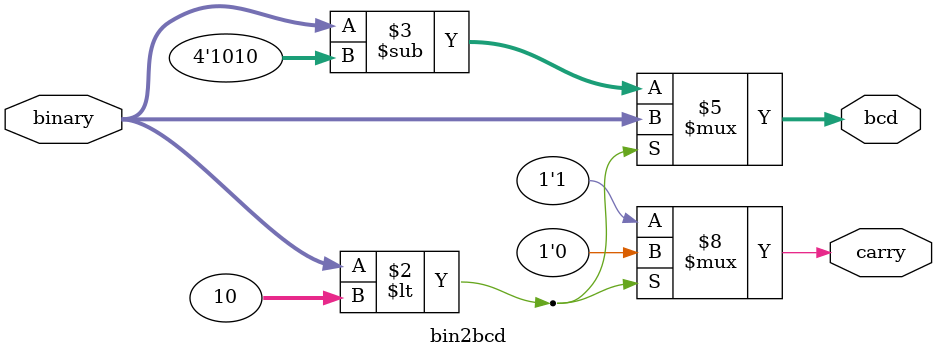
<source format=sv>
module bin2bcd (
  input logic [3:0] binary,
  output logic [3:0] bcd,
  output logic carry
);
  always_comb begin
    if (binary < 10) begin
      carry = 1'b0;
      bcd   = binary;        
    end
    else begin
      carry = 1'b1;
      bcd   = binary - 4'd10;
    end
  end
endmodule

</source>
